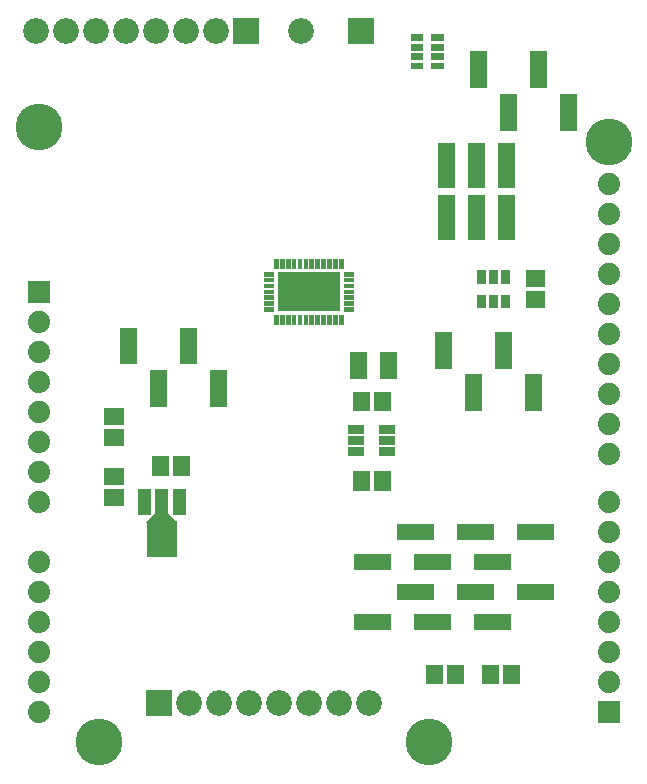
<source format=gbr>
G04 start of page 6 for group -4063 idx -4063 *
G04 Title: (unknown), componentmask *
G04 Creator: pcb 20140316 *
G04 CreationDate: Wed 25 Nov 2015 05:30:27 PM GMT UTC *
G04 For: ndholmes *
G04 Format: Gerber/RS-274X *
G04 PCB-Dimensions (mil): 2100.00 2700.00 *
G04 PCB-Coordinate-Origin: lower left *
%MOIN*%
%FSLAX25Y25*%
%LNTOPMASK*%
%ADD65R,0.0304X0.0304*%
%ADD64R,0.0550X0.0550*%
%ADD63R,0.1300X0.1300*%
%ADD62R,0.0158X0.0158*%
%ADD61R,0.0227X0.0227*%
%ADD60R,0.0300X0.0300*%
%ADD59R,0.1005X0.1005*%
%ADD58R,0.0438X0.0438*%
%ADD57R,0.0560X0.0560*%
%ADD56R,0.0572X0.0572*%
%ADD55C,0.0860*%
%ADD54C,0.1560*%
%ADD53C,0.0740*%
%ADD52C,0.0001*%
G54D52*G36*
X196300Y23700D02*Y16300D01*
X203700D01*
Y23700D01*
X196300D01*
G37*
G54D53*X200000Y30000D03*
Y40000D03*
Y50000D03*
Y60000D03*
Y70000D03*
G54D54*X140000Y10000D03*
G54D53*X10000Y130000D03*
Y120000D03*
Y110000D03*
Y100000D03*
G54D52*G36*
X6300Y163700D02*Y156300D01*
X13700D01*
Y163700D01*
X6300D01*
G37*
G54D53*X10000Y150000D03*
Y140000D03*
G54D54*Y215000D03*
G54D52*G36*
X74700Y251300D02*Y242700D01*
X83300D01*
Y251300D01*
X74700D01*
G37*
G36*
X113200D02*Y242700D01*
X121800D01*
Y251300D01*
X113200D01*
G37*
G54D55*X97500Y247000D03*
X69000D03*
X59000D03*
X49000D03*
X39000D03*
X29000D03*
X19000D03*
X9000D03*
G54D53*X200000Y80000D03*
Y90000D03*
Y106000D03*
Y116000D03*
Y126000D03*
Y136000D03*
Y146000D03*
Y156000D03*
Y166000D03*
Y176000D03*
Y186000D03*
Y196000D03*
G54D54*Y210000D03*
G54D53*X10000Y90000D03*
Y70000D03*
Y60000D03*
Y50000D03*
Y40000D03*
Y30000D03*
Y20000D03*
G54D54*X30000Y10000D03*
G54D52*G36*
X45700Y27300D02*Y18700D01*
X54300D01*
Y27300D01*
X45700D01*
G37*
G54D55*X60000Y23000D03*
X70000D03*
X80000D03*
X90000D03*
X100000D03*
X110000D03*
X120000D03*
G54D56*X57543Y102393D02*Y101607D01*
G54D57*X60000Y145327D02*Y138674D01*
X70000Y131154D02*Y124501D01*
G54D56*X50457Y102393D02*Y101607D01*
G54D58*X51000Y91989D02*Y80179D01*
G54D59*Y78445D02*Y76555D01*
G54D52*G36*
X52885Y86434D02*X56149Y83170D01*
X54305Y81326D01*
X51041Y84590D01*
X52885Y86434D01*
G37*
G36*
X45851Y83170D02*X49115Y86434D01*
X50959Y84590D01*
X47695Y81326D01*
X45851Y83170D01*
G37*
G54D58*X45094Y91989D02*Y87895D01*
G54D56*X34607Y98543D02*X35393D01*
X34607Y91457D02*X35393D01*
G54D58*X56906Y91989D02*Y87895D01*
G54D56*X34607Y111414D02*X35393D01*
X34607Y118500D02*X35393D01*
G54D57*X40000Y145327D02*Y138674D01*
X50000Y131154D02*Y124501D01*
G54D60*X165500Y165800D02*Y164200D01*
X161600Y165800D02*Y164200D01*
X157700Y165800D02*Y164200D01*
Y157600D02*Y156000D01*
X161600Y157600D02*Y156000D01*
X165500Y157600D02*Y156000D01*
G54D56*X175107Y157457D02*X175893D01*
X175107Y164543D02*X175893D01*
G54D57*X175000Y129740D02*Y123087D01*
X165000Y143913D02*Y137260D01*
X145000Y143913D02*Y137260D01*
X155000Y129740D02*Y123087D01*
G54D56*X160457Y32893D02*Y32107D01*
G54D57*X158001Y50000D02*X164654D01*
X138001D02*X144654D01*
G54D56*X141914Y32893D02*Y32107D01*
X149000Y32893D02*Y32107D01*
X167543Y32893D02*Y32107D01*
G54D57*X172174Y80000D02*X178827D01*
X158001Y70000D02*X164654D01*
X172174Y60000D02*X178827D01*
X152174Y80000D02*X158827D01*
X138001Y70000D02*X144654D01*
X152174Y60000D02*X158827D01*
X132174Y80000D02*X138827D01*
X132174Y60000D02*X138827D01*
G54D61*X135217Y244724D02*X137087D01*
X135217Y241575D02*X137087D01*
X135217Y238425D02*X137087D01*
X135217Y235276D02*X137087D01*
X141913D02*X143783D01*
X141913Y238425D02*X143783D01*
X141913Y241575D02*X143783D01*
X141913Y244724D02*X143783D01*
G54D57*X186500Y223240D02*Y216587D01*
X176500Y237413D02*Y230760D01*
X156500Y237413D02*Y230760D01*
X166500Y223240D02*Y216587D01*
X146000Y189504D02*Y180016D01*
X156000Y189504D02*Y180016D01*
X166000Y189504D02*Y180016D01*
Y206984D02*Y197496D01*
X156000Y206984D02*Y197496D01*
X146000Y206984D02*Y197496D01*
G54D62*X110827Y170335D02*Y168563D01*
X108858Y170335D02*Y168563D01*
X106890Y170335D02*Y168563D01*
X104921Y170335D02*Y168563D01*
X112500Y165906D02*X114272D01*
X102953Y170335D02*Y168563D01*
X100984Y170335D02*Y168563D01*
X99016Y170335D02*Y168563D01*
X97047Y170335D02*Y168563D01*
X95079Y170335D02*Y168563D01*
X93110Y170335D02*Y168563D01*
X91142Y170335D02*Y168563D01*
X89173Y170335D02*Y168563D01*
X85728Y165906D02*X87500D01*
X85728Y163937D02*X87500D01*
X85728Y161969D02*X87500D01*
X85728Y160000D02*X87500D01*
X85728Y158031D02*X87500D01*
X85728Y156063D02*X87500D01*
X85728Y154094D02*X87500D01*
X89173Y151437D02*Y149665D01*
X91142Y151437D02*Y149665D01*
X93110Y151437D02*Y149665D01*
X95079Y151437D02*Y149665D01*
X97047Y151437D02*Y149665D01*
X99016Y151437D02*Y149665D01*
X100984Y151437D02*Y149665D01*
X102953Y151437D02*Y149665D01*
X104921Y151437D02*Y149665D01*
X106890Y151437D02*Y149665D01*
X108858Y151437D02*Y149665D01*
X110827Y151437D02*Y149665D01*
X112500Y154094D02*X114272D01*
X112500Y156063D02*X114272D01*
X112500Y158031D02*X114272D01*
X112500Y160000D02*X114272D01*
X112500Y161969D02*X114272D01*
X112500Y163937D02*X114272D01*
G54D63*X96062Y160000D02*X103938D01*
X97500D02*X102500D01*
G54D64*X116500Y137300D02*Y133700D01*
X126500Y137300D02*Y133700D01*
G54D56*X117457Y123893D02*Y123107D01*
X124543Y123893D02*Y123107D01*
G54D65*X124976Y106760D02*X127339D01*
X124976Y110500D02*X127339D01*
X124976Y114240D02*X127339D01*
X114661D02*X117024D01*
X114661Y110500D02*X117024D01*
X114661Y106760D02*X117024D01*
G54D56*X117457Y97393D02*Y96607D01*
X124543Y97393D02*Y96607D01*
G54D57*X118001Y70000D02*X124654D01*
X118001Y50000D02*X124654D01*
M02*

</source>
